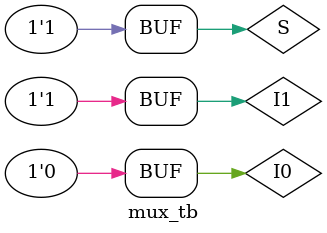
<source format=v>
module mux_2X1(input I0, input I1, input S, output reg Y);
  always @(*) begin 
    if(S == 0)
      Y = I0;
    else if(S==1)
      Y = I1;
  end 
endmodule 

// for test bench
// Code your testbench here
// or browse Examples
// `timescale 1ns/1ps
module mux_tb();
  reg I0, I1, S;
  wire Y;
  
  mux_2X1 uut (
    .I0(I0), 
    .I1(I1),
    .S(S),
    .Y(Y)
  );
  
  initial begin
    $monitor("Time = %0t | I0 = %b, I1 = %b, S = %b => Y = %b", $time, I0, I1, S, Y);
  end 
  
  initial begin
    $dumpfile("dump.vcd");
    $dumpvars(0, mux_tb);
  end 
  initial begin
    I0 = 0; I1 =1; S = 0; #10;
    I0 = 0; I1 = 1; S = 1; #10;
  end
endmodule

</source>
